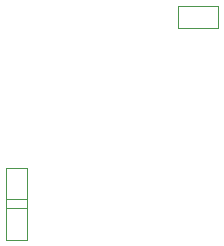
<source format=gbr>
%TF.GenerationSoftware,Altium Limited,Altium Designer,18.1.9 (240)*%
G04 Layer_Color=16711935*
%FSLAX26Y26*%
%MOIN*%
%TF.FileFunction,Other,Mechanical_13*%
%TF.Part,Single*%
G01*
G75*
%TA.AperFunction,NonConductor*%
%ADD40C,0.003937*%
D40*
X1450433Y1118071D02*
Y1251929D01*
X1379567Y1118071D02*
Y1251929D01*
Y1118071D02*
X1450433D01*
X1379567Y1251929D02*
X1450433D01*
X1953071Y1824567D02*
X2086929D01*
X1953071Y1895433D02*
X2086929D01*
X1953071Y1824567D02*
Y1895433D01*
X2086929Y1824567D02*
Y1895433D01*
X1450433Y1223071D02*
Y1356929D01*
X1379567Y1223071D02*
Y1356929D01*
X1450433D01*
X1379567Y1223071D02*
X1450433D01*
%TF.MD5,fbd3cbdca1e721ac67672ad919768527*%
M02*

</source>
